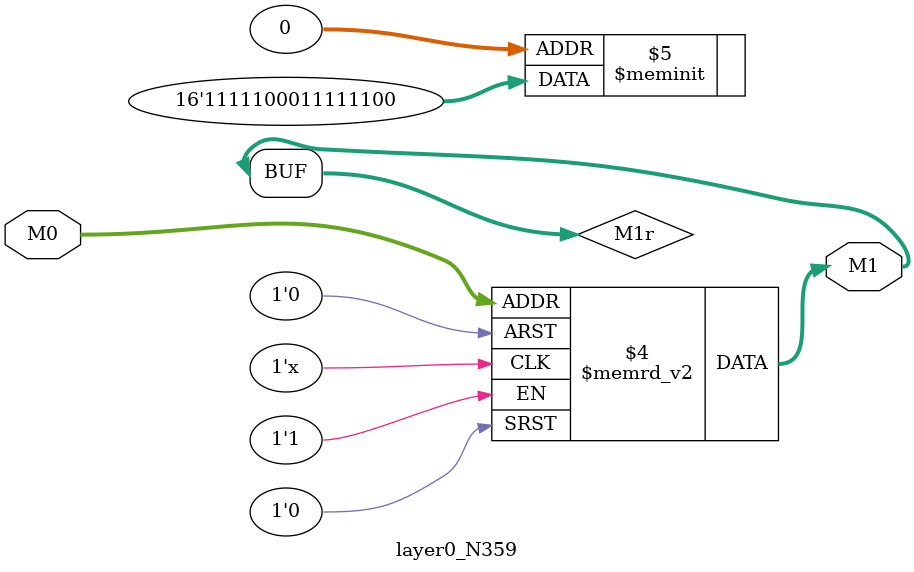
<source format=v>
module layer0_N359 ( input [2:0] M0, output [1:0] M1 );

	(*rom_style = "distributed" *) reg [1:0] M1r;
	assign M1 = M1r;
	always @ (M0) begin
		case (M0)
			3'b000: M1r = 2'b00;
			3'b100: M1r = 2'b00;
			3'b010: M1r = 2'b11;
			3'b110: M1r = 2'b11;
			3'b001: M1r = 2'b11;
			3'b101: M1r = 2'b10;
			3'b011: M1r = 2'b11;
			3'b111: M1r = 2'b11;

		endcase
	end
endmodule

</source>
